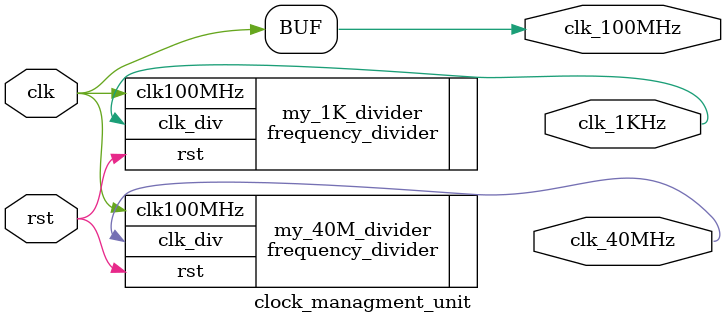
<source format=v>
`timescale 1ns / 1ps


module clock_managment_unit(
    input wire clk,
    input wire rst,
    output wire clk_100MHz,
    output wire clk_40MHz,
    output wire clk_1KHz
    );
    
    frequency_divider 
    #(
        .freq(1000)
    )    
    my_1K_divider(
        .clk100MHz(clk),
        .rst(rst),
        .clk_div(clk_1KHz)
    );
    
    frequency_divider 
    #(
        .freq(40000000)
    )    
    my_40M_divider(
        .clk100MHz(clk),
        .rst(rst),
        .clk_div(clk_40MHz)
    );
     assign clk_100MHz =clk;
endmodule

</source>
